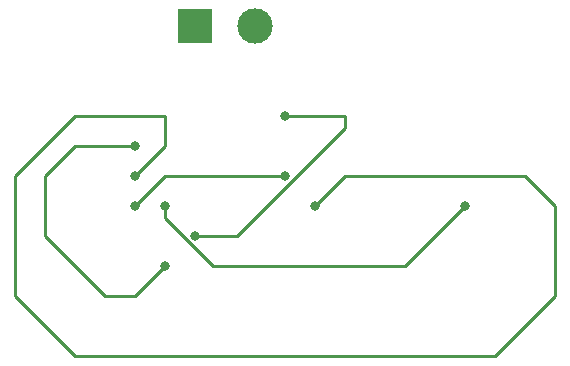
<source format=gbr>
%TF.GenerationSoftware,KiCad,Pcbnew,(6.0.10)*%
%TF.CreationDate,2023-02-17T10:23:32-08:00*%
%TF.ProjectId,ExerciseII,45786572-6369-4736-9549-492e6b696361,rev?*%
%TF.SameCoordinates,Original*%
%TF.FileFunction,Copper,L2,Bot*%
%TF.FilePolarity,Positive*%
%FSLAX46Y46*%
G04 Gerber Fmt 4.6, Leading zero omitted, Abs format (unit mm)*
G04 Created by KiCad (PCBNEW (6.0.10)) date 2023-02-17 10:23:32*
%MOMM*%
%LPD*%
G01*
G04 APERTURE LIST*
%TA.AperFunction,ComponentPad*%
%ADD10R,3.000000X3.000000*%
%TD*%
%TA.AperFunction,ComponentPad*%
%ADD11C,3.000000*%
%TD*%
%TA.AperFunction,ViaPad*%
%ADD12C,0.800000*%
%TD*%
%TA.AperFunction,Conductor*%
%ADD13C,0.254000*%
%TD*%
G04 APERTURE END LIST*
D10*
%TO.P,J1,1,Pin_1*%
%TO.N,+9V*%
X139700000Y-68580000D03*
D11*
%TO.P,J1,2,Pin_2*%
%TO.N,GND*%
X144780000Y-68580000D03*
%TD*%
D12*
%TO.N,/pin_2*%
X149860000Y-83820000D03*
X134620000Y-81280000D03*
%TO.N,GND*%
X137160000Y-88900000D03*
X134620000Y-78740000D03*
%TO.N,+9V*%
X147320000Y-76200000D03*
X139700000Y-86360000D03*
%TO.N,/pin_7*%
X134620000Y-83820000D03*
X147320000Y-81280000D03*
%TO.N,/pin_3*%
X137160000Y-83820000D03*
X162560000Y-83820000D03*
%TD*%
D13*
%TO.N,/pin_2*%
X160020000Y-81280000D02*
X152400000Y-81280000D01*
X124460000Y-91440000D02*
X129540000Y-96520000D01*
X137160000Y-76200000D02*
X129540000Y-76200000D01*
X137160000Y-78740000D02*
X137160000Y-76200000D01*
X152400000Y-81280000D02*
X149860000Y-83820000D01*
X124460000Y-81280000D02*
X124460000Y-91440000D01*
X134620000Y-81280000D02*
X137160000Y-78740000D01*
X165100000Y-96520000D02*
X170180000Y-91440000D01*
X129540000Y-76200000D02*
X124460000Y-81280000D01*
X167640000Y-81280000D02*
X160020000Y-81280000D01*
X129540000Y-96520000D02*
X165100000Y-96520000D01*
X170180000Y-83820000D02*
X167640000Y-81280000D01*
X170180000Y-91440000D02*
X170180000Y-83820000D01*
%TO.N,GND*%
X132080000Y-91440000D02*
X134620000Y-91440000D01*
X127000000Y-86360000D02*
X132080000Y-91440000D01*
X127000000Y-81280000D02*
X127000000Y-86360000D01*
X134620000Y-91440000D02*
X137160000Y-88900000D01*
X134620000Y-78740000D02*
X129540000Y-78740000D01*
X129540000Y-78740000D02*
X127000000Y-81280000D01*
%TO.N,+9V*%
X139700000Y-86360000D02*
X143268134Y-86360000D01*
X152400000Y-76200000D02*
X147320000Y-76200000D01*
X143268134Y-86360000D02*
X152400000Y-77228134D01*
X152400000Y-77228134D02*
X152400000Y-76200000D01*
%TO.N,/pin_7*%
X137160000Y-81280000D02*
X147320000Y-81280000D01*
X134620000Y-83820000D02*
X137160000Y-81280000D01*
%TO.N,/pin_3*%
X137160000Y-83820000D02*
X137160000Y-84848134D01*
X157480000Y-88900000D02*
X162560000Y-83820000D01*
X137160000Y-84848134D02*
X141211866Y-88900000D01*
X141211866Y-88900000D02*
X157480000Y-88900000D01*
%TD*%
M02*

</source>
